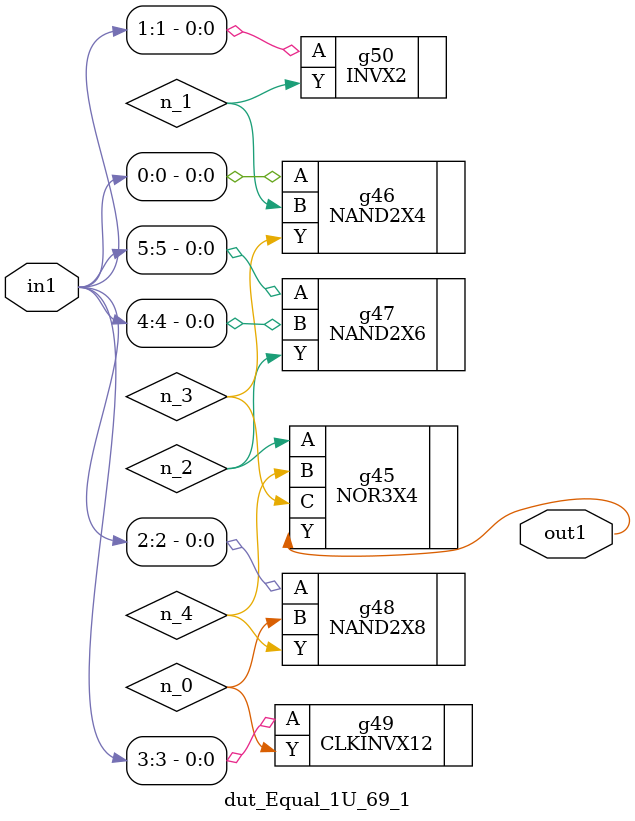
<source format=v>
`timescale 1ps / 1ps


module dut_Equal_1U_69_1(in1, out1);
  input [5:0] in1;
  output out1;
  wire [5:0] in1;
  wire out1;
  wire n_0, n_1, n_2, n_3, n_4;
  NOR3X4 g45(.A (n_2), .B (n_4), .C (n_3), .Y (out1));
  NAND2X8 g48(.A (in1[2]), .B (n_0), .Y (n_4));
  NAND2X4 g46(.A (in1[0]), .B (n_1), .Y (n_3));
  NAND2X6 g47(.A (in1[5]), .B (in1[4]), .Y (n_2));
  INVX2 g50(.A (in1[1]), .Y (n_1));
  CLKINVX12 g49(.A (in1[3]), .Y (n_0));
endmodule



</source>
